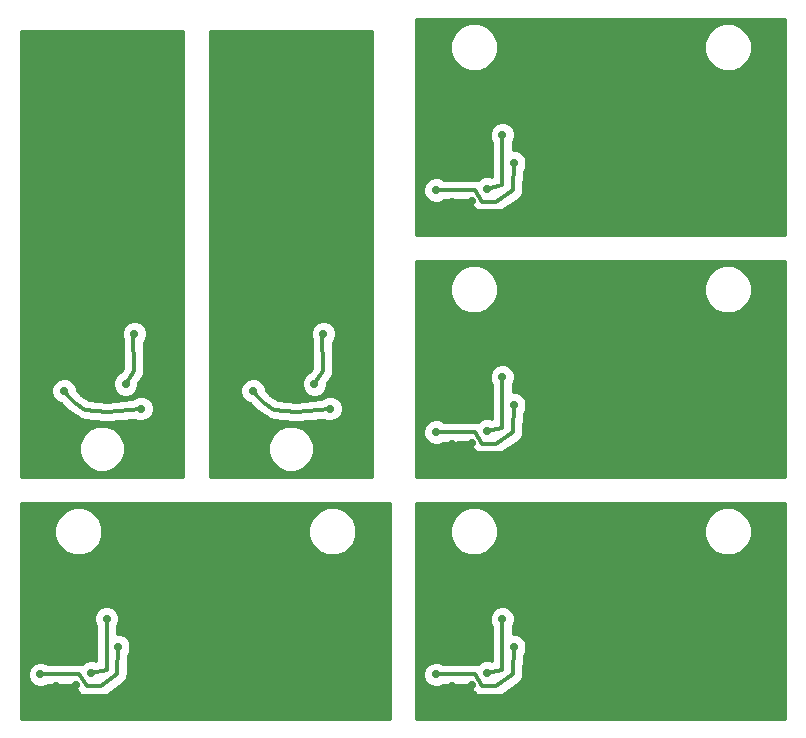
<source format=gbl>
G04 (created by PCBNEW (2013-08-24 BZR 4298)-stable) date Sat 14 Jun 2014 03:32:00 PM PDT*
%MOIN*%
G04 Gerber Fmt 3.4, Leading zero omitted, Abs format*
%FSLAX34Y34*%
G01*
G70*
G90*
G04 APERTURE LIST*
%ADD10C,0.005906*%
%ADD11C,0.027559*%
%ADD12C,0.011811*%
%ADD13C,0.010000*%
G04 APERTURE END LIST*
G54D10*
G54D11*
X31574Y-25984D03*
X29291Y-26299D03*
X32076Y-23906D03*
X33592Y-22312D03*
X27293Y-22312D03*
X25776Y-23906D03*
X22992Y-26299D03*
X25275Y-25984D03*
X25039Y-32795D03*
X23661Y-35669D03*
X24330Y-35629D03*
X38228Y-32795D03*
X36850Y-35669D03*
X37519Y-35629D03*
X38228Y-24724D03*
X36850Y-27598D03*
X37519Y-27559D03*
X38228Y-16653D03*
X36850Y-19527D03*
X37519Y-19488D03*
X32578Y-23917D03*
X32283Y-25590D03*
X25984Y-25590D03*
X26279Y-23917D03*
X25354Y-33425D03*
X24842Y-35236D03*
X38543Y-33425D03*
X38031Y-35236D03*
X38543Y-25354D03*
X38031Y-27165D03*
X38543Y-17283D03*
X38031Y-19094D03*
X32795Y-26417D03*
X30236Y-25826D03*
X23937Y-25826D03*
X26496Y-26417D03*
X25748Y-34370D03*
X23149Y-35275D03*
X38937Y-34370D03*
X36338Y-35275D03*
X38937Y-26299D03*
X36338Y-27204D03*
X38937Y-18228D03*
X36338Y-19133D03*
G54D12*
X31574Y-25984D02*
X31535Y-26023D01*
X25275Y-25984D02*
X25236Y-26023D01*
X24212Y-35984D02*
X23897Y-35669D01*
X25551Y-35984D02*
X24212Y-35984D01*
X26181Y-35354D02*
X25551Y-35984D01*
X26181Y-33228D02*
X26181Y-35354D01*
X25748Y-32795D02*
X26181Y-33228D01*
X25039Y-32795D02*
X25748Y-32795D01*
X23897Y-35669D02*
X23661Y-35669D01*
X24291Y-35669D02*
X23897Y-35669D01*
X24330Y-35629D02*
X24291Y-35669D01*
X37401Y-35984D02*
X37086Y-35669D01*
X38740Y-35984D02*
X37401Y-35984D01*
X39370Y-35354D02*
X38740Y-35984D01*
X39370Y-33228D02*
X39370Y-35354D01*
X38937Y-32795D02*
X39370Y-33228D01*
X38228Y-32795D02*
X38937Y-32795D01*
X37086Y-35669D02*
X36850Y-35669D01*
X37480Y-35669D02*
X37086Y-35669D01*
X37519Y-35629D02*
X37480Y-35669D01*
X37401Y-27913D02*
X37086Y-27598D01*
X38740Y-27913D02*
X37401Y-27913D01*
X39370Y-27283D02*
X38740Y-27913D01*
X39370Y-25157D02*
X39370Y-27283D01*
X38937Y-24724D02*
X39370Y-25157D01*
X38228Y-24724D02*
X38937Y-24724D01*
X37086Y-27598D02*
X36850Y-27598D01*
X37480Y-27598D02*
X37086Y-27598D01*
X37519Y-27559D02*
X37480Y-27598D01*
X37401Y-19842D02*
X37086Y-19527D01*
X38740Y-19842D02*
X37401Y-19842D01*
X39370Y-19212D02*
X38740Y-19842D01*
X39370Y-17086D02*
X39370Y-19212D01*
X38937Y-16653D02*
X39370Y-17086D01*
X38228Y-16653D02*
X38937Y-16653D01*
X37086Y-19527D02*
X36850Y-19527D01*
X37480Y-19527D02*
X37086Y-19527D01*
X37519Y-19488D02*
X37480Y-19527D01*
X32539Y-23877D02*
X32578Y-23917D01*
X32283Y-25590D02*
X32559Y-25157D01*
X32559Y-25157D02*
X32539Y-23877D01*
X26259Y-25157D02*
X26240Y-23877D01*
X25984Y-25590D02*
X26259Y-25157D01*
X26240Y-23877D02*
X26279Y-23917D01*
X25354Y-35118D02*
X25354Y-33425D01*
X24842Y-35236D02*
X25354Y-35118D01*
X38543Y-35118D02*
X38543Y-33425D01*
X38031Y-35236D02*
X38543Y-35118D01*
X38543Y-27047D02*
X38543Y-25354D01*
X38031Y-27165D02*
X38543Y-27047D01*
X38543Y-18976D02*
X38543Y-17283D01*
X38031Y-19094D02*
X38543Y-18976D01*
X30944Y-26456D02*
X31653Y-26535D01*
X31653Y-26535D02*
X32795Y-26417D01*
X30354Y-25984D02*
X30590Y-26220D01*
X30236Y-25826D02*
X30354Y-25984D01*
X30590Y-26220D02*
X30944Y-26456D01*
X24291Y-26220D02*
X24645Y-26456D01*
X23937Y-25826D02*
X24055Y-25984D01*
X24055Y-25984D02*
X24291Y-26220D01*
X25354Y-26535D02*
X26496Y-26417D01*
X24645Y-26456D02*
X25354Y-26535D01*
X25708Y-35275D02*
X25748Y-34370D01*
X25157Y-35669D02*
X25708Y-35275D01*
X24685Y-35669D02*
X25157Y-35669D01*
X23149Y-35275D02*
X24445Y-35271D01*
X24445Y-35271D02*
X24685Y-35669D01*
X38897Y-35275D02*
X38937Y-34370D01*
X38346Y-35669D02*
X38897Y-35275D01*
X37874Y-35669D02*
X38346Y-35669D01*
X36338Y-35275D02*
X37634Y-35271D01*
X37634Y-35271D02*
X37874Y-35669D01*
X38897Y-27204D02*
X38937Y-26299D01*
X38346Y-27598D02*
X38897Y-27204D01*
X37874Y-27598D02*
X38346Y-27598D01*
X36338Y-27204D02*
X37634Y-27200D01*
X37634Y-27200D02*
X37874Y-27598D01*
X38897Y-19133D02*
X38937Y-18228D01*
X38346Y-19527D02*
X38897Y-19133D01*
X37874Y-19527D02*
X38346Y-19527D01*
X36338Y-19133D02*
X37634Y-19129D01*
X37634Y-19129D02*
X37874Y-19527D01*
G54D10*
G36*
X27902Y-28690D02*
X26920Y-28690D01*
X26920Y-26333D01*
X26855Y-26177D01*
X26736Y-26058D01*
X26703Y-26044D01*
X26703Y-23833D01*
X26639Y-23677D01*
X26520Y-23558D01*
X26364Y-23493D01*
X26195Y-23493D01*
X26039Y-23557D01*
X25920Y-23676D01*
X25855Y-23832D01*
X25855Y-24001D01*
X25898Y-24105D01*
X25913Y-25059D01*
X25825Y-25197D01*
X25744Y-25230D01*
X25624Y-25350D01*
X25560Y-25505D01*
X25560Y-25674D01*
X25624Y-25830D01*
X25743Y-25949D01*
X25899Y-26014D01*
X26068Y-26014D01*
X26224Y-25950D01*
X26343Y-25831D01*
X26408Y-25675D01*
X26408Y-25567D01*
X26551Y-25342D01*
X26563Y-25312D01*
X26580Y-25284D01*
X26587Y-25250D01*
X26599Y-25217D01*
X26599Y-25184D01*
X26605Y-25152D01*
X26590Y-24205D01*
X26638Y-24157D01*
X26703Y-24002D01*
X26703Y-23833D01*
X26703Y-26044D01*
X26580Y-25993D01*
X26412Y-25993D01*
X26256Y-26057D01*
X26214Y-26099D01*
X25355Y-26188D01*
X24767Y-26122D01*
X24511Y-25952D01*
X24361Y-25801D01*
X24361Y-25742D01*
X24296Y-25586D01*
X24177Y-25467D01*
X24021Y-25402D01*
X23853Y-25402D01*
X23697Y-25467D01*
X23577Y-25586D01*
X23513Y-25742D01*
X23512Y-25910D01*
X23577Y-26066D01*
X23696Y-26186D01*
X23819Y-26237D01*
X24047Y-26464D01*
X24075Y-26483D01*
X24099Y-26507D01*
X24454Y-26743D01*
X24467Y-26749D01*
X24479Y-26759D01*
X24529Y-26775D01*
X24578Y-26795D01*
X24593Y-26795D01*
X24607Y-26799D01*
X25316Y-26878D01*
X25353Y-26875D01*
X25389Y-26878D01*
X26280Y-26786D01*
X26411Y-26841D01*
X26580Y-26841D01*
X26735Y-26776D01*
X26855Y-26657D01*
X26920Y-26502D01*
X26920Y-26333D01*
X26920Y-28690D01*
X25955Y-28690D01*
X25955Y-27605D01*
X25840Y-27326D01*
X25627Y-27113D01*
X25348Y-26997D01*
X25046Y-26997D01*
X24767Y-27112D01*
X24554Y-27325D01*
X24438Y-27604D01*
X24438Y-27906D01*
X24553Y-28185D01*
X24766Y-28398D01*
X25045Y-28514D01*
X25347Y-28514D01*
X25626Y-28399D01*
X25839Y-28186D01*
X25955Y-27907D01*
X25955Y-27605D01*
X25955Y-28690D01*
X22490Y-28690D01*
X22490Y-13829D01*
X27902Y-13829D01*
X27902Y-28690D01*
X27902Y-28690D01*
G37*
G54D13*
X27902Y-28690D02*
X26920Y-28690D01*
X26920Y-26333D01*
X26855Y-26177D01*
X26736Y-26058D01*
X26703Y-26044D01*
X26703Y-23833D01*
X26639Y-23677D01*
X26520Y-23558D01*
X26364Y-23493D01*
X26195Y-23493D01*
X26039Y-23557D01*
X25920Y-23676D01*
X25855Y-23832D01*
X25855Y-24001D01*
X25898Y-24105D01*
X25913Y-25059D01*
X25825Y-25197D01*
X25744Y-25230D01*
X25624Y-25350D01*
X25560Y-25505D01*
X25560Y-25674D01*
X25624Y-25830D01*
X25743Y-25949D01*
X25899Y-26014D01*
X26068Y-26014D01*
X26224Y-25950D01*
X26343Y-25831D01*
X26408Y-25675D01*
X26408Y-25567D01*
X26551Y-25342D01*
X26563Y-25312D01*
X26580Y-25284D01*
X26587Y-25250D01*
X26599Y-25217D01*
X26599Y-25184D01*
X26605Y-25152D01*
X26590Y-24205D01*
X26638Y-24157D01*
X26703Y-24002D01*
X26703Y-23833D01*
X26703Y-26044D01*
X26580Y-25993D01*
X26412Y-25993D01*
X26256Y-26057D01*
X26214Y-26099D01*
X25355Y-26188D01*
X24767Y-26122D01*
X24511Y-25952D01*
X24361Y-25801D01*
X24361Y-25742D01*
X24296Y-25586D01*
X24177Y-25467D01*
X24021Y-25402D01*
X23853Y-25402D01*
X23697Y-25467D01*
X23577Y-25586D01*
X23513Y-25742D01*
X23512Y-25910D01*
X23577Y-26066D01*
X23696Y-26186D01*
X23819Y-26237D01*
X24047Y-26464D01*
X24075Y-26483D01*
X24099Y-26507D01*
X24454Y-26743D01*
X24467Y-26749D01*
X24479Y-26759D01*
X24529Y-26775D01*
X24578Y-26795D01*
X24593Y-26795D01*
X24607Y-26799D01*
X25316Y-26878D01*
X25353Y-26875D01*
X25389Y-26878D01*
X26280Y-26786D01*
X26411Y-26841D01*
X26580Y-26841D01*
X26735Y-26776D01*
X26855Y-26657D01*
X26920Y-26502D01*
X26920Y-26333D01*
X26920Y-28690D01*
X25955Y-28690D01*
X25955Y-27605D01*
X25840Y-27326D01*
X25627Y-27113D01*
X25348Y-26997D01*
X25046Y-26997D01*
X24767Y-27112D01*
X24554Y-27325D01*
X24438Y-27604D01*
X24438Y-27906D01*
X24553Y-28185D01*
X24766Y-28398D01*
X25045Y-28514D01*
X25347Y-28514D01*
X25626Y-28399D01*
X25839Y-28186D01*
X25955Y-27907D01*
X25955Y-27605D01*
X25955Y-28690D01*
X22490Y-28690D01*
X22490Y-13829D01*
X27902Y-13829D01*
X27902Y-28690D01*
G54D10*
G36*
X34201Y-28690D02*
X33219Y-28690D01*
X33219Y-26333D01*
X33154Y-26177D01*
X33035Y-26058D01*
X33002Y-26044D01*
X33002Y-23833D01*
X32938Y-23677D01*
X32819Y-23558D01*
X32663Y-23493D01*
X32494Y-23493D01*
X32338Y-23557D01*
X32219Y-23676D01*
X32154Y-23832D01*
X32154Y-24001D01*
X32197Y-24105D01*
X32212Y-25059D01*
X32124Y-25197D01*
X32043Y-25230D01*
X31924Y-25350D01*
X31859Y-25505D01*
X31859Y-25674D01*
X31923Y-25830D01*
X32042Y-25949D01*
X32198Y-26014D01*
X32367Y-26014D01*
X32523Y-25950D01*
X32642Y-25831D01*
X32707Y-25675D01*
X32707Y-25567D01*
X32850Y-25342D01*
X32862Y-25312D01*
X32880Y-25284D01*
X32886Y-25250D01*
X32899Y-25217D01*
X32898Y-25184D01*
X32904Y-25152D01*
X32889Y-24205D01*
X32937Y-24157D01*
X33002Y-24002D01*
X33002Y-23833D01*
X33002Y-26044D01*
X32879Y-25993D01*
X32711Y-25993D01*
X32555Y-26057D01*
X32513Y-26099D01*
X31654Y-26188D01*
X31066Y-26122D01*
X30810Y-25952D01*
X30660Y-25801D01*
X30660Y-25742D01*
X30595Y-25586D01*
X30476Y-25467D01*
X30320Y-25402D01*
X30152Y-25402D01*
X29996Y-25467D01*
X29876Y-25586D01*
X29812Y-25742D01*
X29812Y-25910D01*
X29876Y-26066D01*
X29995Y-26186D01*
X30119Y-26237D01*
X30346Y-26464D01*
X30374Y-26483D01*
X30399Y-26507D01*
X30753Y-26743D01*
X30767Y-26749D01*
X30778Y-26759D01*
X30828Y-26775D01*
X30877Y-26795D01*
X30892Y-26795D01*
X30906Y-26799D01*
X31615Y-26878D01*
X31652Y-26875D01*
X31689Y-26878D01*
X32579Y-26786D01*
X32710Y-26841D01*
X32879Y-26841D01*
X33035Y-26776D01*
X33154Y-26657D01*
X33219Y-26502D01*
X33219Y-26333D01*
X33219Y-28690D01*
X32254Y-28690D01*
X32254Y-27605D01*
X32139Y-27326D01*
X31926Y-27113D01*
X31647Y-26997D01*
X31345Y-26997D01*
X31066Y-27112D01*
X30853Y-27325D01*
X30737Y-27604D01*
X30737Y-27906D01*
X30852Y-28185D01*
X31065Y-28398D01*
X31344Y-28514D01*
X31646Y-28514D01*
X31925Y-28399D01*
X32138Y-28186D01*
X32254Y-27907D01*
X32254Y-27605D01*
X32254Y-28690D01*
X28790Y-28690D01*
X28790Y-13829D01*
X34201Y-13829D01*
X34201Y-28690D01*
X34201Y-28690D01*
G37*
G54D13*
X34201Y-28690D02*
X33219Y-28690D01*
X33219Y-26333D01*
X33154Y-26177D01*
X33035Y-26058D01*
X33002Y-26044D01*
X33002Y-23833D01*
X32938Y-23677D01*
X32819Y-23558D01*
X32663Y-23493D01*
X32494Y-23493D01*
X32338Y-23557D01*
X32219Y-23676D01*
X32154Y-23832D01*
X32154Y-24001D01*
X32197Y-24105D01*
X32212Y-25059D01*
X32124Y-25197D01*
X32043Y-25230D01*
X31924Y-25350D01*
X31859Y-25505D01*
X31859Y-25674D01*
X31923Y-25830D01*
X32042Y-25949D01*
X32198Y-26014D01*
X32367Y-26014D01*
X32523Y-25950D01*
X32642Y-25831D01*
X32707Y-25675D01*
X32707Y-25567D01*
X32850Y-25342D01*
X32862Y-25312D01*
X32880Y-25284D01*
X32886Y-25250D01*
X32899Y-25217D01*
X32898Y-25184D01*
X32904Y-25152D01*
X32889Y-24205D01*
X32937Y-24157D01*
X33002Y-24002D01*
X33002Y-23833D01*
X33002Y-26044D01*
X32879Y-25993D01*
X32711Y-25993D01*
X32555Y-26057D01*
X32513Y-26099D01*
X31654Y-26188D01*
X31066Y-26122D01*
X30810Y-25952D01*
X30660Y-25801D01*
X30660Y-25742D01*
X30595Y-25586D01*
X30476Y-25467D01*
X30320Y-25402D01*
X30152Y-25402D01*
X29996Y-25467D01*
X29876Y-25586D01*
X29812Y-25742D01*
X29812Y-25910D01*
X29876Y-26066D01*
X29995Y-26186D01*
X30119Y-26237D01*
X30346Y-26464D01*
X30374Y-26483D01*
X30399Y-26507D01*
X30753Y-26743D01*
X30767Y-26749D01*
X30778Y-26759D01*
X30828Y-26775D01*
X30877Y-26795D01*
X30892Y-26795D01*
X30906Y-26799D01*
X31615Y-26878D01*
X31652Y-26875D01*
X31689Y-26878D01*
X32579Y-26786D01*
X32710Y-26841D01*
X32879Y-26841D01*
X33035Y-26776D01*
X33154Y-26657D01*
X33219Y-26502D01*
X33219Y-26333D01*
X33219Y-28690D01*
X32254Y-28690D01*
X32254Y-27605D01*
X32139Y-27326D01*
X31926Y-27113D01*
X31647Y-26997D01*
X31345Y-26997D01*
X31066Y-27112D01*
X30853Y-27325D01*
X30737Y-27604D01*
X30737Y-27906D01*
X30852Y-28185D01*
X31065Y-28398D01*
X31344Y-28514D01*
X31646Y-28514D01*
X31925Y-28399D01*
X32138Y-28186D01*
X32254Y-27907D01*
X32254Y-27605D01*
X32254Y-28690D01*
X28790Y-28690D01*
X28790Y-13829D01*
X34201Y-13829D01*
X34201Y-28690D01*
G54D10*
G36*
X34792Y-36761D02*
X33672Y-36761D01*
X33672Y-30353D01*
X33550Y-30060D01*
X33326Y-29835D01*
X33033Y-29713D01*
X32715Y-29713D01*
X32422Y-29834D01*
X32197Y-30059D01*
X32076Y-30352D01*
X32075Y-30669D01*
X32197Y-30963D01*
X32421Y-31187D01*
X32714Y-31309D01*
X33032Y-31309D01*
X33325Y-31188D01*
X33550Y-30964D01*
X33671Y-30671D01*
X33672Y-30353D01*
X33672Y-36761D01*
X26172Y-36761D01*
X26172Y-34286D01*
X26107Y-34130D01*
X25988Y-34010D01*
X25832Y-33946D01*
X25699Y-33946D01*
X25699Y-33679D01*
X25713Y-33665D01*
X25778Y-33509D01*
X25778Y-33341D01*
X25714Y-33185D01*
X25594Y-33065D01*
X25439Y-33001D01*
X25270Y-33001D01*
X25207Y-33027D01*
X25207Y-30353D01*
X25086Y-30060D01*
X24862Y-29835D01*
X24568Y-29713D01*
X24251Y-29713D01*
X23957Y-29834D01*
X23733Y-30059D01*
X23611Y-30352D01*
X23611Y-30669D01*
X23732Y-30963D01*
X23956Y-31187D01*
X24250Y-31309D01*
X24567Y-31309D01*
X24860Y-31188D01*
X25085Y-30964D01*
X25207Y-30671D01*
X25207Y-30353D01*
X25207Y-33027D01*
X25114Y-33065D01*
X24995Y-33184D01*
X24930Y-33340D01*
X24930Y-33509D01*
X24994Y-33665D01*
X25009Y-33679D01*
X25009Y-34843D01*
X25004Y-34844D01*
X24927Y-34812D01*
X24758Y-34812D01*
X24602Y-34876D01*
X24538Y-34940D01*
X24528Y-34936D01*
X24486Y-34934D01*
X24444Y-34926D01*
X23403Y-34929D01*
X23390Y-34916D01*
X23234Y-34851D01*
X23065Y-34851D01*
X22909Y-34915D01*
X22790Y-35035D01*
X22725Y-35190D01*
X22725Y-35359D01*
X22789Y-35515D01*
X22909Y-35634D01*
X23064Y-35699D01*
X23233Y-35699D01*
X23389Y-35635D01*
X23404Y-35620D01*
X24250Y-35617D01*
X24389Y-35847D01*
X24417Y-35878D01*
X24440Y-35913D01*
X24462Y-35927D01*
X24479Y-35947D01*
X24517Y-35964D01*
X24552Y-35988D01*
X24578Y-35993D01*
X24601Y-36004D01*
X24643Y-36006D01*
X24685Y-36014D01*
X25157Y-36014D01*
X25196Y-36006D01*
X25235Y-36005D01*
X25261Y-35993D01*
X25289Y-35988D01*
X25322Y-35966D01*
X25358Y-35950D01*
X25909Y-35556D01*
X25923Y-35541D01*
X25941Y-35530D01*
X25969Y-35492D01*
X26001Y-35458D01*
X26009Y-35438D01*
X26021Y-35421D01*
X26032Y-35376D01*
X26049Y-35332D01*
X26048Y-35311D01*
X26053Y-35290D01*
X26082Y-34635D01*
X26107Y-34610D01*
X26171Y-34454D01*
X26172Y-34286D01*
X26172Y-36761D01*
X22490Y-36761D01*
X22490Y-29577D01*
X34792Y-29577D01*
X34792Y-36761D01*
X34792Y-36761D01*
G37*
G54D13*
X34792Y-36761D02*
X33672Y-36761D01*
X33672Y-30353D01*
X33550Y-30060D01*
X33326Y-29835D01*
X33033Y-29713D01*
X32715Y-29713D01*
X32422Y-29834D01*
X32197Y-30059D01*
X32076Y-30352D01*
X32075Y-30669D01*
X32197Y-30963D01*
X32421Y-31187D01*
X32714Y-31309D01*
X33032Y-31309D01*
X33325Y-31188D01*
X33550Y-30964D01*
X33671Y-30671D01*
X33672Y-30353D01*
X33672Y-36761D01*
X26172Y-36761D01*
X26172Y-34286D01*
X26107Y-34130D01*
X25988Y-34010D01*
X25832Y-33946D01*
X25699Y-33946D01*
X25699Y-33679D01*
X25713Y-33665D01*
X25778Y-33509D01*
X25778Y-33341D01*
X25714Y-33185D01*
X25594Y-33065D01*
X25439Y-33001D01*
X25270Y-33001D01*
X25207Y-33027D01*
X25207Y-30353D01*
X25086Y-30060D01*
X24862Y-29835D01*
X24568Y-29713D01*
X24251Y-29713D01*
X23957Y-29834D01*
X23733Y-30059D01*
X23611Y-30352D01*
X23611Y-30669D01*
X23732Y-30963D01*
X23956Y-31187D01*
X24250Y-31309D01*
X24567Y-31309D01*
X24860Y-31188D01*
X25085Y-30964D01*
X25207Y-30671D01*
X25207Y-30353D01*
X25207Y-33027D01*
X25114Y-33065D01*
X24995Y-33184D01*
X24930Y-33340D01*
X24930Y-33509D01*
X24994Y-33665D01*
X25009Y-33679D01*
X25009Y-34843D01*
X25004Y-34844D01*
X24927Y-34812D01*
X24758Y-34812D01*
X24602Y-34876D01*
X24538Y-34940D01*
X24528Y-34936D01*
X24486Y-34934D01*
X24444Y-34926D01*
X23403Y-34929D01*
X23390Y-34916D01*
X23234Y-34851D01*
X23065Y-34851D01*
X22909Y-34915D01*
X22790Y-35035D01*
X22725Y-35190D01*
X22725Y-35359D01*
X22789Y-35515D01*
X22909Y-35634D01*
X23064Y-35699D01*
X23233Y-35699D01*
X23389Y-35635D01*
X23404Y-35620D01*
X24250Y-35617D01*
X24389Y-35847D01*
X24417Y-35878D01*
X24440Y-35913D01*
X24462Y-35927D01*
X24479Y-35947D01*
X24517Y-35964D01*
X24552Y-35988D01*
X24578Y-35993D01*
X24601Y-36004D01*
X24643Y-36006D01*
X24685Y-36014D01*
X25157Y-36014D01*
X25196Y-36006D01*
X25235Y-36005D01*
X25261Y-35993D01*
X25289Y-35988D01*
X25322Y-35966D01*
X25358Y-35950D01*
X25909Y-35556D01*
X25923Y-35541D01*
X25941Y-35530D01*
X25969Y-35492D01*
X26001Y-35458D01*
X26009Y-35438D01*
X26021Y-35421D01*
X26032Y-35376D01*
X26049Y-35332D01*
X26048Y-35311D01*
X26053Y-35290D01*
X26082Y-34635D01*
X26107Y-34610D01*
X26171Y-34454D01*
X26172Y-34286D01*
X26172Y-36761D01*
X22490Y-36761D01*
X22490Y-29577D01*
X34792Y-29577D01*
X34792Y-36761D01*
G54D10*
G36*
X47981Y-36761D02*
X46861Y-36761D01*
X46861Y-30353D01*
X46739Y-30060D01*
X46515Y-29835D01*
X46222Y-29713D01*
X45904Y-29713D01*
X45611Y-29834D01*
X45386Y-30059D01*
X45265Y-30352D01*
X45264Y-30669D01*
X45386Y-30963D01*
X45610Y-31187D01*
X45903Y-31309D01*
X46221Y-31309D01*
X46514Y-31188D01*
X46739Y-30964D01*
X46860Y-30671D01*
X46861Y-30353D01*
X46861Y-36761D01*
X39361Y-36761D01*
X39361Y-34286D01*
X39296Y-34130D01*
X39177Y-34010D01*
X39021Y-33946D01*
X38888Y-33946D01*
X38888Y-33679D01*
X38902Y-33665D01*
X38967Y-33509D01*
X38967Y-33341D01*
X38902Y-33185D01*
X38783Y-33065D01*
X38628Y-33001D01*
X38459Y-33001D01*
X38396Y-33027D01*
X38396Y-30353D01*
X38275Y-30060D01*
X38051Y-29835D01*
X37757Y-29713D01*
X37440Y-29713D01*
X37146Y-29834D01*
X36922Y-30059D01*
X36800Y-30352D01*
X36800Y-30669D01*
X36921Y-30963D01*
X37145Y-31187D01*
X37438Y-31309D01*
X37756Y-31309D01*
X38049Y-31188D01*
X38274Y-30964D01*
X38396Y-30671D01*
X38396Y-30353D01*
X38396Y-33027D01*
X38303Y-33065D01*
X38184Y-33184D01*
X38119Y-33340D01*
X38119Y-33509D01*
X38183Y-33665D01*
X38198Y-33679D01*
X38198Y-34843D01*
X38193Y-34844D01*
X38116Y-34812D01*
X37947Y-34812D01*
X37791Y-34876D01*
X37727Y-34940D01*
X37717Y-34936D01*
X37675Y-34934D01*
X37633Y-34926D01*
X36592Y-34929D01*
X36579Y-34916D01*
X36423Y-34851D01*
X36254Y-34851D01*
X36098Y-34915D01*
X35979Y-35035D01*
X35914Y-35190D01*
X35914Y-35359D01*
X35978Y-35515D01*
X36098Y-35634D01*
X36253Y-35699D01*
X36422Y-35699D01*
X36578Y-35635D01*
X36593Y-35620D01*
X37439Y-35617D01*
X37578Y-35847D01*
X37606Y-35878D01*
X37629Y-35913D01*
X37651Y-35927D01*
X37668Y-35947D01*
X37706Y-35964D01*
X37741Y-35988D01*
X37767Y-35993D01*
X37790Y-36004D01*
X37832Y-36006D01*
X37874Y-36014D01*
X38346Y-36014D01*
X38385Y-36006D01*
X38424Y-36005D01*
X38450Y-35993D01*
X38478Y-35988D01*
X38511Y-35966D01*
X38547Y-35950D01*
X39098Y-35556D01*
X39112Y-35541D01*
X39130Y-35530D01*
X39158Y-35492D01*
X39190Y-35458D01*
X39198Y-35438D01*
X39210Y-35421D01*
X39221Y-35376D01*
X39238Y-35332D01*
X39237Y-35311D01*
X39242Y-35290D01*
X39271Y-34635D01*
X39296Y-34610D01*
X39360Y-34454D01*
X39361Y-34286D01*
X39361Y-36761D01*
X35679Y-36761D01*
X35679Y-29577D01*
X47981Y-29577D01*
X47981Y-36761D01*
X47981Y-36761D01*
G37*
G54D13*
X47981Y-36761D02*
X46861Y-36761D01*
X46861Y-30353D01*
X46739Y-30060D01*
X46515Y-29835D01*
X46222Y-29713D01*
X45904Y-29713D01*
X45611Y-29834D01*
X45386Y-30059D01*
X45265Y-30352D01*
X45264Y-30669D01*
X45386Y-30963D01*
X45610Y-31187D01*
X45903Y-31309D01*
X46221Y-31309D01*
X46514Y-31188D01*
X46739Y-30964D01*
X46860Y-30671D01*
X46861Y-30353D01*
X46861Y-36761D01*
X39361Y-36761D01*
X39361Y-34286D01*
X39296Y-34130D01*
X39177Y-34010D01*
X39021Y-33946D01*
X38888Y-33946D01*
X38888Y-33679D01*
X38902Y-33665D01*
X38967Y-33509D01*
X38967Y-33341D01*
X38902Y-33185D01*
X38783Y-33065D01*
X38628Y-33001D01*
X38459Y-33001D01*
X38396Y-33027D01*
X38396Y-30353D01*
X38275Y-30060D01*
X38051Y-29835D01*
X37757Y-29713D01*
X37440Y-29713D01*
X37146Y-29834D01*
X36922Y-30059D01*
X36800Y-30352D01*
X36800Y-30669D01*
X36921Y-30963D01*
X37145Y-31187D01*
X37438Y-31309D01*
X37756Y-31309D01*
X38049Y-31188D01*
X38274Y-30964D01*
X38396Y-30671D01*
X38396Y-30353D01*
X38396Y-33027D01*
X38303Y-33065D01*
X38184Y-33184D01*
X38119Y-33340D01*
X38119Y-33509D01*
X38183Y-33665D01*
X38198Y-33679D01*
X38198Y-34843D01*
X38193Y-34844D01*
X38116Y-34812D01*
X37947Y-34812D01*
X37791Y-34876D01*
X37727Y-34940D01*
X37717Y-34936D01*
X37675Y-34934D01*
X37633Y-34926D01*
X36592Y-34929D01*
X36579Y-34916D01*
X36423Y-34851D01*
X36254Y-34851D01*
X36098Y-34915D01*
X35979Y-35035D01*
X35914Y-35190D01*
X35914Y-35359D01*
X35978Y-35515D01*
X36098Y-35634D01*
X36253Y-35699D01*
X36422Y-35699D01*
X36578Y-35635D01*
X36593Y-35620D01*
X37439Y-35617D01*
X37578Y-35847D01*
X37606Y-35878D01*
X37629Y-35913D01*
X37651Y-35927D01*
X37668Y-35947D01*
X37706Y-35964D01*
X37741Y-35988D01*
X37767Y-35993D01*
X37790Y-36004D01*
X37832Y-36006D01*
X37874Y-36014D01*
X38346Y-36014D01*
X38385Y-36006D01*
X38424Y-36005D01*
X38450Y-35993D01*
X38478Y-35988D01*
X38511Y-35966D01*
X38547Y-35950D01*
X39098Y-35556D01*
X39112Y-35541D01*
X39130Y-35530D01*
X39158Y-35492D01*
X39190Y-35458D01*
X39198Y-35438D01*
X39210Y-35421D01*
X39221Y-35376D01*
X39238Y-35332D01*
X39237Y-35311D01*
X39242Y-35290D01*
X39271Y-34635D01*
X39296Y-34610D01*
X39360Y-34454D01*
X39361Y-34286D01*
X39361Y-36761D01*
X35679Y-36761D01*
X35679Y-29577D01*
X47981Y-29577D01*
X47981Y-36761D01*
G54D10*
G36*
X47981Y-28690D02*
X46861Y-28690D01*
X46861Y-22282D01*
X46739Y-21989D01*
X46515Y-21764D01*
X46222Y-21643D01*
X45904Y-21642D01*
X45611Y-21764D01*
X45386Y-21988D01*
X45265Y-22281D01*
X45264Y-22598D01*
X45386Y-22892D01*
X45610Y-23117D01*
X45903Y-23238D01*
X46221Y-23239D01*
X46514Y-23117D01*
X46739Y-22893D01*
X46860Y-22600D01*
X46861Y-22282D01*
X46861Y-28690D01*
X39361Y-28690D01*
X39361Y-26215D01*
X39296Y-26059D01*
X39177Y-25939D01*
X39021Y-25875D01*
X38888Y-25875D01*
X38888Y-25608D01*
X38902Y-25594D01*
X38967Y-25439D01*
X38967Y-25270D01*
X38902Y-25114D01*
X38783Y-24995D01*
X38628Y-24930D01*
X38459Y-24930D01*
X38396Y-24956D01*
X38396Y-22282D01*
X38275Y-21989D01*
X38051Y-21764D01*
X37757Y-21643D01*
X37440Y-21642D01*
X37146Y-21764D01*
X36922Y-21988D01*
X36800Y-22281D01*
X36800Y-22598D01*
X36921Y-22892D01*
X37145Y-23117D01*
X37438Y-23238D01*
X37756Y-23239D01*
X38049Y-23117D01*
X38274Y-22893D01*
X38396Y-22600D01*
X38396Y-22282D01*
X38396Y-24956D01*
X38303Y-24994D01*
X38184Y-25113D01*
X38119Y-25269D01*
X38119Y-25438D01*
X38183Y-25594D01*
X38198Y-25608D01*
X38198Y-26772D01*
X38193Y-26773D01*
X38116Y-26741D01*
X37947Y-26741D01*
X37791Y-26805D01*
X37727Y-26870D01*
X37717Y-26865D01*
X37675Y-26863D01*
X37633Y-26855D01*
X36592Y-26858D01*
X36579Y-26845D01*
X36423Y-26780D01*
X36254Y-26780D01*
X36098Y-26845D01*
X35979Y-26964D01*
X35914Y-27120D01*
X35914Y-27288D01*
X35978Y-27444D01*
X36098Y-27563D01*
X36253Y-27628D01*
X36422Y-27628D01*
X36578Y-27564D01*
X36593Y-27549D01*
X37439Y-27546D01*
X37578Y-27776D01*
X37606Y-27807D01*
X37629Y-27842D01*
X37651Y-27856D01*
X37668Y-27876D01*
X37706Y-27894D01*
X37741Y-27917D01*
X37767Y-27922D01*
X37790Y-27933D01*
X37832Y-27935D01*
X37874Y-27943D01*
X38346Y-27943D01*
X38385Y-27936D01*
X38424Y-27934D01*
X38450Y-27923D01*
X38478Y-27917D01*
X38511Y-27895D01*
X38547Y-27879D01*
X39098Y-27485D01*
X39112Y-27470D01*
X39130Y-27459D01*
X39158Y-27421D01*
X39190Y-27387D01*
X39198Y-27367D01*
X39210Y-27350D01*
X39221Y-27305D01*
X39238Y-27261D01*
X39237Y-27240D01*
X39242Y-27219D01*
X39271Y-26564D01*
X39296Y-26539D01*
X39360Y-26383D01*
X39361Y-26215D01*
X39361Y-28690D01*
X35679Y-28690D01*
X35679Y-21506D01*
X47981Y-21506D01*
X47981Y-28690D01*
X47981Y-28690D01*
G37*
G54D13*
X47981Y-28690D02*
X46861Y-28690D01*
X46861Y-22282D01*
X46739Y-21989D01*
X46515Y-21764D01*
X46222Y-21643D01*
X45904Y-21642D01*
X45611Y-21764D01*
X45386Y-21988D01*
X45265Y-22281D01*
X45264Y-22598D01*
X45386Y-22892D01*
X45610Y-23117D01*
X45903Y-23238D01*
X46221Y-23239D01*
X46514Y-23117D01*
X46739Y-22893D01*
X46860Y-22600D01*
X46861Y-22282D01*
X46861Y-28690D01*
X39361Y-28690D01*
X39361Y-26215D01*
X39296Y-26059D01*
X39177Y-25939D01*
X39021Y-25875D01*
X38888Y-25875D01*
X38888Y-25608D01*
X38902Y-25594D01*
X38967Y-25439D01*
X38967Y-25270D01*
X38902Y-25114D01*
X38783Y-24995D01*
X38628Y-24930D01*
X38459Y-24930D01*
X38396Y-24956D01*
X38396Y-22282D01*
X38275Y-21989D01*
X38051Y-21764D01*
X37757Y-21643D01*
X37440Y-21642D01*
X37146Y-21764D01*
X36922Y-21988D01*
X36800Y-22281D01*
X36800Y-22598D01*
X36921Y-22892D01*
X37145Y-23117D01*
X37438Y-23238D01*
X37756Y-23239D01*
X38049Y-23117D01*
X38274Y-22893D01*
X38396Y-22600D01*
X38396Y-22282D01*
X38396Y-24956D01*
X38303Y-24994D01*
X38184Y-25113D01*
X38119Y-25269D01*
X38119Y-25438D01*
X38183Y-25594D01*
X38198Y-25608D01*
X38198Y-26772D01*
X38193Y-26773D01*
X38116Y-26741D01*
X37947Y-26741D01*
X37791Y-26805D01*
X37727Y-26870D01*
X37717Y-26865D01*
X37675Y-26863D01*
X37633Y-26855D01*
X36592Y-26858D01*
X36579Y-26845D01*
X36423Y-26780D01*
X36254Y-26780D01*
X36098Y-26845D01*
X35979Y-26964D01*
X35914Y-27120D01*
X35914Y-27288D01*
X35978Y-27444D01*
X36098Y-27563D01*
X36253Y-27628D01*
X36422Y-27628D01*
X36578Y-27564D01*
X36593Y-27549D01*
X37439Y-27546D01*
X37578Y-27776D01*
X37606Y-27807D01*
X37629Y-27842D01*
X37651Y-27856D01*
X37668Y-27876D01*
X37706Y-27894D01*
X37741Y-27917D01*
X37767Y-27922D01*
X37790Y-27933D01*
X37832Y-27935D01*
X37874Y-27943D01*
X38346Y-27943D01*
X38385Y-27936D01*
X38424Y-27934D01*
X38450Y-27923D01*
X38478Y-27917D01*
X38511Y-27895D01*
X38547Y-27879D01*
X39098Y-27485D01*
X39112Y-27470D01*
X39130Y-27459D01*
X39158Y-27421D01*
X39190Y-27387D01*
X39198Y-27367D01*
X39210Y-27350D01*
X39221Y-27305D01*
X39238Y-27261D01*
X39237Y-27240D01*
X39242Y-27219D01*
X39271Y-26564D01*
X39296Y-26539D01*
X39360Y-26383D01*
X39361Y-26215D01*
X39361Y-28690D01*
X35679Y-28690D01*
X35679Y-21506D01*
X47981Y-21506D01*
X47981Y-28690D01*
G54D10*
G36*
X47981Y-20619D02*
X46861Y-20619D01*
X46861Y-14212D01*
X46739Y-13918D01*
X46515Y-13693D01*
X46222Y-13572D01*
X45904Y-13571D01*
X45611Y-13693D01*
X45386Y-13917D01*
X45265Y-14210D01*
X45264Y-14528D01*
X45386Y-14821D01*
X45610Y-15046D01*
X45903Y-15167D01*
X46221Y-15168D01*
X46514Y-15047D01*
X46739Y-14822D01*
X46860Y-14529D01*
X46861Y-14212D01*
X46861Y-20619D01*
X39361Y-20619D01*
X39361Y-18144D01*
X39296Y-17988D01*
X39177Y-17869D01*
X39021Y-17804D01*
X38888Y-17804D01*
X38888Y-17537D01*
X38902Y-17523D01*
X38967Y-17368D01*
X38967Y-17199D01*
X38902Y-17043D01*
X38783Y-16924D01*
X38628Y-16859D01*
X38459Y-16859D01*
X38396Y-16885D01*
X38396Y-14212D01*
X38275Y-13918D01*
X38051Y-13693D01*
X37757Y-13572D01*
X37440Y-13571D01*
X37146Y-13693D01*
X36922Y-13917D01*
X36800Y-14210D01*
X36800Y-14528D01*
X36921Y-14821D01*
X37145Y-15046D01*
X37438Y-15167D01*
X37756Y-15168D01*
X38049Y-15047D01*
X38274Y-14822D01*
X38396Y-14529D01*
X38396Y-14212D01*
X38396Y-16885D01*
X38303Y-16923D01*
X38184Y-17042D01*
X38119Y-17198D01*
X38119Y-17367D01*
X38183Y-17523D01*
X38198Y-17537D01*
X38198Y-18701D01*
X38193Y-18702D01*
X38116Y-18670D01*
X37947Y-18670D01*
X37791Y-18734D01*
X37727Y-18799D01*
X37717Y-18794D01*
X37675Y-18792D01*
X37633Y-18784D01*
X36592Y-18787D01*
X36579Y-18774D01*
X36423Y-18709D01*
X36254Y-18709D01*
X36098Y-18774D01*
X35979Y-18893D01*
X35914Y-19049D01*
X35914Y-19217D01*
X35978Y-19373D01*
X36098Y-19493D01*
X36253Y-19557D01*
X36422Y-19557D01*
X36578Y-19493D01*
X36593Y-19478D01*
X37439Y-19475D01*
X37578Y-19705D01*
X37606Y-19736D01*
X37629Y-19771D01*
X37651Y-19786D01*
X37668Y-19805D01*
X37706Y-19823D01*
X37741Y-19846D01*
X37767Y-19851D01*
X37790Y-19862D01*
X37832Y-19864D01*
X37874Y-19872D01*
X38346Y-19872D01*
X38385Y-19865D01*
X38424Y-19863D01*
X38450Y-19852D01*
X38478Y-19846D01*
X38511Y-19824D01*
X38547Y-19808D01*
X39098Y-19414D01*
X39112Y-19399D01*
X39130Y-19388D01*
X39158Y-19350D01*
X39190Y-19316D01*
X39198Y-19296D01*
X39210Y-19279D01*
X39221Y-19234D01*
X39238Y-19190D01*
X39237Y-19169D01*
X39242Y-19148D01*
X39271Y-18494D01*
X39296Y-18468D01*
X39360Y-18313D01*
X39361Y-18144D01*
X39361Y-20619D01*
X35679Y-20619D01*
X35679Y-13435D01*
X47981Y-13435D01*
X47981Y-20619D01*
X47981Y-20619D01*
G37*
G54D13*
X47981Y-20619D02*
X46861Y-20619D01*
X46861Y-14212D01*
X46739Y-13918D01*
X46515Y-13693D01*
X46222Y-13572D01*
X45904Y-13571D01*
X45611Y-13693D01*
X45386Y-13917D01*
X45265Y-14210D01*
X45264Y-14528D01*
X45386Y-14821D01*
X45610Y-15046D01*
X45903Y-15167D01*
X46221Y-15168D01*
X46514Y-15047D01*
X46739Y-14822D01*
X46860Y-14529D01*
X46861Y-14212D01*
X46861Y-20619D01*
X39361Y-20619D01*
X39361Y-18144D01*
X39296Y-17988D01*
X39177Y-17869D01*
X39021Y-17804D01*
X38888Y-17804D01*
X38888Y-17537D01*
X38902Y-17523D01*
X38967Y-17368D01*
X38967Y-17199D01*
X38902Y-17043D01*
X38783Y-16924D01*
X38628Y-16859D01*
X38459Y-16859D01*
X38396Y-16885D01*
X38396Y-14212D01*
X38275Y-13918D01*
X38051Y-13693D01*
X37757Y-13572D01*
X37440Y-13571D01*
X37146Y-13693D01*
X36922Y-13917D01*
X36800Y-14210D01*
X36800Y-14528D01*
X36921Y-14821D01*
X37145Y-15046D01*
X37438Y-15167D01*
X37756Y-15168D01*
X38049Y-15047D01*
X38274Y-14822D01*
X38396Y-14529D01*
X38396Y-14212D01*
X38396Y-16885D01*
X38303Y-16923D01*
X38184Y-17042D01*
X38119Y-17198D01*
X38119Y-17367D01*
X38183Y-17523D01*
X38198Y-17537D01*
X38198Y-18701D01*
X38193Y-18702D01*
X38116Y-18670D01*
X37947Y-18670D01*
X37791Y-18734D01*
X37727Y-18799D01*
X37717Y-18794D01*
X37675Y-18792D01*
X37633Y-18784D01*
X36592Y-18787D01*
X36579Y-18774D01*
X36423Y-18709D01*
X36254Y-18709D01*
X36098Y-18774D01*
X35979Y-18893D01*
X35914Y-19049D01*
X35914Y-19217D01*
X35978Y-19373D01*
X36098Y-19493D01*
X36253Y-19557D01*
X36422Y-19557D01*
X36578Y-19493D01*
X36593Y-19478D01*
X37439Y-19475D01*
X37578Y-19705D01*
X37606Y-19736D01*
X37629Y-19771D01*
X37651Y-19786D01*
X37668Y-19805D01*
X37706Y-19823D01*
X37741Y-19846D01*
X37767Y-19851D01*
X37790Y-19862D01*
X37832Y-19864D01*
X37874Y-19872D01*
X38346Y-19872D01*
X38385Y-19865D01*
X38424Y-19863D01*
X38450Y-19852D01*
X38478Y-19846D01*
X38511Y-19824D01*
X38547Y-19808D01*
X39098Y-19414D01*
X39112Y-19399D01*
X39130Y-19388D01*
X39158Y-19350D01*
X39190Y-19316D01*
X39198Y-19296D01*
X39210Y-19279D01*
X39221Y-19234D01*
X39238Y-19190D01*
X39237Y-19169D01*
X39242Y-19148D01*
X39271Y-18494D01*
X39296Y-18468D01*
X39360Y-18313D01*
X39361Y-18144D01*
X39361Y-20619D01*
X35679Y-20619D01*
X35679Y-13435D01*
X47981Y-13435D01*
X47981Y-20619D01*
M02*

</source>
